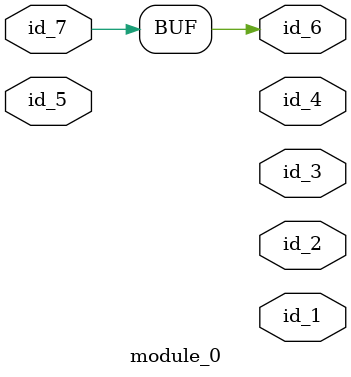
<source format=v>
`timescale 1ps / 1ps
module module_0 (
    id_1,
    id_2,
    id_3,
    id_4,
    id_5,
    id_6,
    id_7
);
  inout id_7;
  output id_6;
  input id_5;
  output id_4;
  output id_3;
  output id_2;
  output id_1;
  assign id_7 = id_7;
  assign id_6[""] = id_7;
endmodule

</source>
